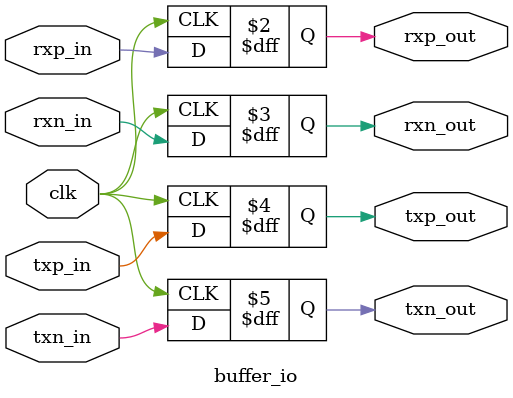
<source format=v>
`timescale 1ns / 1ps


module buffer_io(
        input wire clk,
        input wire rxp_in,
        input wire rxn_in,
        input wire txp_in,
        input wire txn_in,
        output reg rxp_out,
        output reg rxn_out,
        output reg txp_out,
        output reg txn_out
    );
    
        always @(posedge clk)begin
            rxp_out <= rxp_in;
            rxn_out <= rxn_in;
            txp_out <= txp_in;
            txn_out <= txn_in;
           end
    

    
endmodule


</source>
